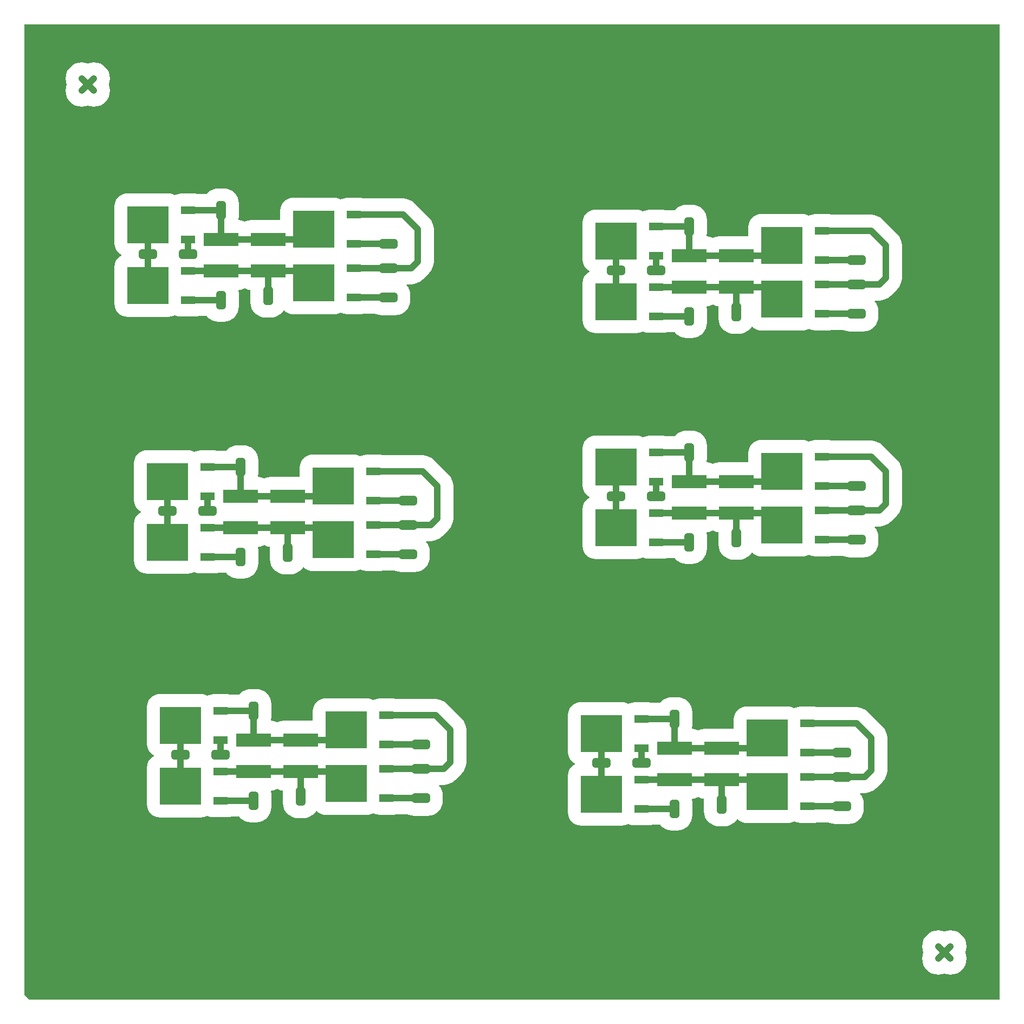
<source format=gtl>
G04 Layer_Physical_Order=1*
G04 Layer_Color=255*
%FSLAX25Y25*%
%MOIN*%
G70*
G01*
G75*
%ADD10R,0.08661X0.04724*%
%ADD11R,0.25197X0.22835*%
%ADD12R,0.21260X0.07874*%
G04:AMPARAMS|DCode=13|XSize=60.24mil|YSize=110.04mil|CornerRadius=15.06mil|HoleSize=0mil|Usage=FLASHONLY|Rotation=90.000|XOffset=0mil|YOffset=0mil|HoleType=Round|Shape=RoundedRectangle|*
%AMROUNDEDRECTD13*
21,1,0.06024,0.07992,0,0,90.0*
21,1,0.03012,0.11004,0,0,90.0*
1,1,0.03012,0.03996,0.01506*
1,1,0.03012,0.03996,-0.01506*
1,1,0.03012,-0.03996,-0.01506*
1,1,0.03012,-0.03996,0.01506*
%
%ADD13ROUNDEDRECTD13*%
G04:AMPARAMS|DCode=14|XSize=60.24mil|YSize=110.04mil|CornerRadius=15.06mil|HoleSize=0mil|Usage=FLASHONLY|Rotation=0.000|XOffset=0mil|YOffset=0mil|HoleType=Round|Shape=RoundedRectangle|*
%AMROUNDEDRECTD14*
21,1,0.06024,0.07992,0,0,0.0*
21,1,0.03012,0.11004,0,0,0.0*
1,1,0.03012,0.01506,-0.03996*
1,1,0.03012,-0.01506,-0.03996*
1,1,0.03012,-0.01506,0.03996*
1,1,0.03012,0.01506,0.03996*
%
%ADD14ROUNDEDRECTD14*%
%ADD15C,0.03937*%
G36*
X10000Y-10000D02*
X-587000D01*
X-590000Y-7000D01*
Y590000D01*
X10000D01*
Y-10000D01*
D02*
G37*
%LPC*%
G36*
X-447494Y181103D02*
X-450506D01*
X-452345Y180921D01*
X-454113Y180385D01*
X-455742Y179514D01*
X-457171Y178342D01*
X-457803Y177571D01*
X-462557D01*
X-463323Y177803D01*
X-464866Y177955D01*
X-473528D01*
X-475071Y177803D01*
X-476555Y177353D01*
X-477391Y176907D01*
X-478374Y177432D01*
X-479858Y177882D01*
X-481402Y178034D01*
X-506598D01*
X-508142Y177882D01*
X-509626Y177432D01*
X-510994Y176701D01*
X-512193Y175717D01*
X-513177Y174518D01*
X-513908Y173150D01*
X-514359Y171666D01*
X-514510Y170122D01*
Y147287D01*
X-514359Y145744D01*
X-513908Y144260D01*
X-513177Y142892D01*
X-512193Y141693D01*
X-510994Y140709D01*
X-510291Y140333D01*
Y139833D01*
X-510994Y139457D01*
X-512193Y138473D01*
X-513177Y137274D01*
X-513908Y135906D01*
X-514359Y134422D01*
X-514510Y132878D01*
Y110043D01*
X-514359Y108500D01*
X-513908Y107016D01*
X-513177Y105648D01*
X-512193Y104449D01*
X-510994Y103465D01*
X-509626Y102734D01*
X-508142Y102283D01*
X-506598Y102131D01*
X-481402D01*
X-479858Y102283D01*
X-478374Y102734D01*
X-477391Y103259D01*
X-476555Y102812D01*
X-475071Y102362D01*
X-473528Y102210D01*
X-464866D01*
X-463323Y102362D01*
X-462557Y102594D01*
X-457803D01*
X-457171Y101823D01*
X-455742Y100651D01*
X-454113Y99780D01*
X-452345Y99244D01*
X-450506Y99063D01*
X-447494D01*
X-445655Y99244D01*
X-443887Y99780D01*
X-442258Y100651D01*
X-440829Y101823D01*
X-439657Y103252D01*
X-438786Y104881D01*
X-438250Y106649D01*
X-438069Y108488D01*
Y116480D01*
X-438250Y118319D01*
X-438049Y118620D01*
X-436827Y118740D01*
X-435342Y119190D01*
X-434500Y119640D01*
X-433658Y119190D01*
X-432173Y118740D01*
X-430931Y118618D01*
Y111028D01*
X-430750Y109189D01*
X-430214Y107421D01*
X-429343Y105791D01*
X-428171Y104363D01*
X-426742Y103191D01*
X-425113Y102320D01*
X-423345Y101783D01*
X-421506Y101602D01*
X-418494D01*
X-416655Y101783D01*
X-414887Y102320D01*
X-413258Y103191D01*
X-411829Y104363D01*
X-410668Y105778D01*
X-410615Y105835D01*
X-410048Y105869D01*
X-408994Y105004D01*
X-407626Y104273D01*
X-406142Y103823D01*
X-404598Y103671D01*
X-379402D01*
X-377858Y103823D01*
X-376374Y104273D01*
X-375391Y104798D01*
X-374555Y104352D01*
X-373071Y103901D01*
X-371528Y103749D01*
X-362866D01*
X-361323Y103901D01*
X-360557Y104133D01*
X-354208D01*
X-353603Y103810D01*
X-351835Y103273D01*
X-349996Y103092D01*
X-342004D01*
X-340165Y103273D01*
X-338397Y103810D01*
X-336768Y104681D01*
X-335339Y105853D01*
X-334167Y107281D01*
X-333296Y108911D01*
X-332760Y110679D01*
X-332579Y112518D01*
Y115530D01*
X-332760Y117368D01*
X-333296Y119136D01*
X-334167Y120766D01*
X-334880Y121634D01*
X-334666Y122086D01*
X-332024D01*
X-332024Y122086D01*
X-330094Y122276D01*
X-328239Y122839D01*
X-326529Y123753D01*
X-325030Y124983D01*
X-321007Y129007D01*
X-321007Y129007D01*
X-319777Y130505D01*
X-318863Y132215D01*
X-318300Y134071D01*
X-318110Y136000D01*
X-318110Y136000D01*
Y156000D01*
X-318110Y156000D01*
X-318300Y157930D01*
X-318863Y159785D01*
X-319777Y161495D01*
X-321007Y162993D01*
X-321007Y162993D01*
X-329983Y171970D01*
X-331482Y173200D01*
X-333192Y174114D01*
X-335047Y174677D01*
X-336976Y174866D01*
X-336977Y174866D01*
X-360557D01*
X-361323Y175099D01*
X-362866Y175251D01*
X-371528D01*
X-373071Y175099D01*
X-374555Y174648D01*
X-375391Y174202D01*
X-376374Y174727D01*
X-377858Y175177D01*
X-379402Y175329D01*
X-404598D01*
X-406142Y175177D01*
X-407626Y174727D01*
X-408994Y173996D01*
X-410193Y173012D01*
X-411177Y171813D01*
X-411908Y170445D01*
X-412359Y168961D01*
X-412510Y167417D01*
Y161577D01*
X-430630D01*
X-432173Y161425D01*
X-433658Y160975D01*
X-434500Y160525D01*
X-435342Y160975D01*
X-436827Y161425D01*
X-438049Y161546D01*
X-438250Y161846D01*
X-438069Y163685D01*
Y171677D01*
X-438250Y173516D01*
X-438786Y175284D01*
X-439657Y176914D01*
X-440829Y178342D01*
X-442258Y179514D01*
X-443887Y180385D01*
X-445655Y180921D01*
X-447494Y181103D01*
D02*
G37*
G36*
X-188494Y176102D02*
X-191506D01*
X-193345Y175921D01*
X-195113Y175385D01*
X-196742Y174514D01*
X-198171Y173342D01*
X-198803Y172571D01*
X-203557D01*
X-204323Y172803D01*
X-205866Y172955D01*
X-214528D01*
X-216071Y172803D01*
X-217555Y172353D01*
X-218391Y171907D01*
X-219374Y172432D01*
X-220858Y172882D01*
X-222402Y173034D01*
X-247598D01*
X-249142Y172882D01*
X-250626Y172432D01*
X-251994Y171701D01*
X-253193Y170717D01*
X-254177Y169518D01*
X-254908Y168150D01*
X-255359Y166666D01*
X-255510Y165122D01*
Y142287D01*
X-255359Y140744D01*
X-254908Y139260D01*
X-254177Y137892D01*
X-253193Y136693D01*
X-251994Y135709D01*
X-251291Y135333D01*
Y134833D01*
X-251994Y134457D01*
X-253193Y133473D01*
X-254177Y132274D01*
X-254908Y130906D01*
X-255359Y129421D01*
X-255510Y127878D01*
Y105043D01*
X-255359Y103500D01*
X-254908Y102015D01*
X-254177Y100648D01*
X-253193Y99449D01*
X-251994Y98465D01*
X-250626Y97733D01*
X-249142Y97283D01*
X-247598Y97131D01*
X-222402D01*
X-220858Y97283D01*
X-219374Y97733D01*
X-218391Y98259D01*
X-217555Y97812D01*
X-216071Y97362D01*
X-214528Y97210D01*
X-205866D01*
X-204323Y97362D01*
X-203557Y97594D01*
X-198803D01*
X-198171Y96824D01*
X-196742Y95651D01*
X-195113Y94780D01*
X-193345Y94244D01*
X-191506Y94063D01*
X-188494D01*
X-186655Y94244D01*
X-184887Y94780D01*
X-183258Y95651D01*
X-181829Y96824D01*
X-180657Y98252D01*
X-179786Y99881D01*
X-179250Y101649D01*
X-179069Y103488D01*
Y111480D01*
X-179250Y113319D01*
X-179049Y113619D01*
X-177826Y113740D01*
X-176342Y114190D01*
X-175500Y114640D01*
X-174658Y114190D01*
X-173173Y113740D01*
X-171931Y113618D01*
Y106027D01*
X-171750Y104189D01*
X-171214Y102421D01*
X-170343Y100791D01*
X-169171Y99363D01*
X-167742Y98191D01*
X-166113Y97320D01*
X-164345Y96783D01*
X-162506Y96602D01*
X-159494D01*
X-157655Y96783D01*
X-155887Y97320D01*
X-154258Y98191D01*
X-152829Y99363D01*
X-151668Y100778D01*
X-151615Y100835D01*
X-151049Y100869D01*
X-149994Y100004D01*
X-148626Y99273D01*
X-147142Y98823D01*
X-145598Y98671D01*
X-120402D01*
X-118858Y98823D01*
X-117374Y99273D01*
X-116391Y99798D01*
X-115555Y99352D01*
X-114071Y98901D01*
X-112528Y98749D01*
X-103866D01*
X-102323Y98901D01*
X-101557Y99133D01*
X-95208D01*
X-94603Y98810D01*
X-92835Y98273D01*
X-90996Y98092D01*
X-83004D01*
X-81165Y98273D01*
X-79397Y98810D01*
X-77767Y99681D01*
X-76339Y100853D01*
X-75167Y102281D01*
X-74296Y103911D01*
X-73760Y105679D01*
X-73579Y107518D01*
Y110529D01*
X-73760Y112368D01*
X-74296Y114136D01*
X-75167Y115766D01*
X-75880Y116634D01*
X-75666Y117086D01*
X-73024D01*
X-73024Y117086D01*
X-71094Y117276D01*
X-69239Y117839D01*
X-67529Y118753D01*
X-66030Y119983D01*
X-62007Y124007D01*
X-62007Y124007D01*
X-60777Y125505D01*
X-59863Y127215D01*
X-59300Y129070D01*
X-59110Y131000D01*
X-59110Y131000D01*
Y151000D01*
X-59110Y151000D01*
X-59300Y152929D01*
X-59863Y154785D01*
X-60777Y156495D01*
X-62007Y157993D01*
X-62007Y157993D01*
X-70983Y166970D01*
X-72482Y168200D01*
X-74192Y169114D01*
X-76047Y169676D01*
X-77976Y169867D01*
X-77977Y169867D01*
X-101557D01*
X-102323Y170099D01*
X-103866Y170251D01*
X-112528D01*
X-114071Y170099D01*
X-115555Y169648D01*
X-116391Y169202D01*
X-117374Y169727D01*
X-118858Y170177D01*
X-120402Y170329D01*
X-145598D01*
X-147142Y170177D01*
X-148626Y169727D01*
X-149994Y168996D01*
X-151193Y168012D01*
X-152177Y166813D01*
X-152908Y165445D01*
X-153358Y163961D01*
X-153510Y162417D01*
Y156578D01*
X-171630D01*
X-173173Y156425D01*
X-174658Y155975D01*
X-175500Y155525D01*
X-176342Y155975D01*
X-177826Y156425D01*
X-179049Y156546D01*
X-179250Y156846D01*
X-179069Y158685D01*
Y166677D01*
X-179250Y168516D01*
X-179786Y170284D01*
X-180657Y171914D01*
X-181829Y173342D01*
X-183258Y174514D01*
X-184887Y175385D01*
X-186655Y175921D01*
X-188494Y176102D01*
D02*
G37*
G36*
X-20250Y32640D02*
X-22179Y32450D01*
X-24000Y31898D01*
X-25820Y32450D01*
X-27750Y32640D01*
X-29680Y32450D01*
X-31535Y31887D01*
X-33245Y30973D01*
X-34743Y29743D01*
X-35973Y28245D01*
X-36887Y26535D01*
X-37450Y24679D01*
X-37640Y22750D01*
X-37450Y20820D01*
X-36898Y19000D01*
X-37450Y17179D01*
X-37640Y15250D01*
X-37450Y13320D01*
X-36887Y11465D01*
X-35973Y9755D01*
X-34743Y8257D01*
X-33245Y7027D01*
X-31535Y6113D01*
X-29680Y5550D01*
X-27750Y5360D01*
X-25820Y5550D01*
X-24000Y6102D01*
X-22179Y5550D01*
X-20250Y5360D01*
X-18320Y5550D01*
X-16465Y6113D01*
X-14755Y7027D01*
X-13257Y8257D01*
X-12027Y9755D01*
X-11113Y11465D01*
X-10550Y13320D01*
X-10360Y15250D01*
X-10550Y17179D01*
X-11102Y19000D01*
X-10550Y20820D01*
X-10360Y22750D01*
X-10550Y24679D01*
X-11113Y26535D01*
X-12027Y28245D01*
X-13257Y29743D01*
X-14755Y30973D01*
X-16465Y31887D01*
X-18320Y32450D01*
X-20250Y32640D01*
D02*
G37*
G36*
X-455494Y331102D02*
X-458506D01*
X-460345Y330921D01*
X-462113Y330385D01*
X-463742Y329514D01*
X-465171Y328342D01*
X-465803Y327571D01*
X-470557D01*
X-471323Y327803D01*
X-472866Y327955D01*
X-481528D01*
X-483071Y327803D01*
X-484555Y327353D01*
X-485391Y326907D01*
X-486374Y327432D01*
X-487858Y327882D01*
X-489402Y328034D01*
X-514598D01*
X-516142Y327882D01*
X-517626Y327432D01*
X-518994Y326701D01*
X-520193Y325717D01*
X-521177Y324518D01*
X-521908Y323150D01*
X-522359Y321666D01*
X-522510Y320122D01*
Y297287D01*
X-522359Y295744D01*
X-521908Y294260D01*
X-521177Y292892D01*
X-520193Y291693D01*
X-518994Y290709D01*
X-518291Y290333D01*
Y289833D01*
X-518994Y289457D01*
X-520193Y288473D01*
X-521177Y287274D01*
X-521908Y285906D01*
X-522359Y284421D01*
X-522510Y282878D01*
Y260043D01*
X-522359Y258500D01*
X-521908Y257015D01*
X-521177Y255648D01*
X-520193Y254449D01*
X-518994Y253465D01*
X-517626Y252733D01*
X-516142Y252283D01*
X-514598Y252131D01*
X-489402D01*
X-487858Y252283D01*
X-486374Y252733D01*
X-485391Y253259D01*
X-484555Y252812D01*
X-483071Y252362D01*
X-481528Y252210D01*
X-472866D01*
X-471323Y252362D01*
X-470557Y252594D01*
X-465803D01*
X-465171Y251823D01*
X-463742Y250651D01*
X-462113Y249780D01*
X-460345Y249244D01*
X-458506Y249063D01*
X-455494D01*
X-453655Y249244D01*
X-451887Y249780D01*
X-450258Y250651D01*
X-448829Y251823D01*
X-447657Y253252D01*
X-446786Y254881D01*
X-446250Y256649D01*
X-446069Y258488D01*
Y266480D01*
X-446250Y268319D01*
X-446049Y268619D01*
X-444827Y268740D01*
X-443342Y269190D01*
X-442500Y269640D01*
X-441658Y269190D01*
X-440173Y268740D01*
X-438931Y268618D01*
Y261028D01*
X-438750Y259189D01*
X-438214Y257421D01*
X-437343Y255791D01*
X-436171Y254363D01*
X-434742Y253191D01*
X-433113Y252320D01*
X-431345Y251783D01*
X-429506Y251602D01*
X-426494D01*
X-424655Y251783D01*
X-422887Y252320D01*
X-421258Y253191D01*
X-419829Y254363D01*
X-418668Y255778D01*
X-418615Y255835D01*
X-418048Y255869D01*
X-416994Y255004D01*
X-415626Y254273D01*
X-414142Y253823D01*
X-412598Y253671D01*
X-387402D01*
X-385858Y253823D01*
X-384374Y254273D01*
X-383391Y254798D01*
X-382555Y254352D01*
X-381071Y253901D01*
X-379528Y253749D01*
X-370866D01*
X-369323Y253901D01*
X-368557Y254134D01*
X-362208D01*
X-361603Y253810D01*
X-359835Y253274D01*
X-357996Y253092D01*
X-350004D01*
X-348165Y253274D01*
X-346397Y253810D01*
X-344767Y254681D01*
X-343339Y255853D01*
X-342167Y257281D01*
X-341296Y258911D01*
X-340760Y260679D01*
X-340579Y262518D01*
Y265529D01*
X-340760Y267368D01*
X-341296Y269136D01*
X-342167Y270766D01*
X-342880Y271634D01*
X-342666Y272086D01*
X-340024D01*
X-340024Y272086D01*
X-338094Y272276D01*
X-336239Y272839D01*
X-334529Y273753D01*
X-333030Y274983D01*
X-329007Y279007D01*
X-329007Y279007D01*
X-327777Y280505D01*
X-326863Y282215D01*
X-326300Y284070D01*
X-326110Y286000D01*
X-326110Y286000D01*
Y306000D01*
X-326110Y306000D01*
X-326300Y307929D01*
X-326863Y309785D01*
X-327777Y311495D01*
X-329007Y312993D01*
X-329007Y312993D01*
X-337983Y321970D01*
X-339482Y323200D01*
X-341192Y324114D01*
X-343047Y324676D01*
X-344976Y324867D01*
X-344976Y324867D01*
X-368557D01*
X-369323Y325099D01*
X-370866Y325251D01*
X-379528D01*
X-381071Y325099D01*
X-382555Y324648D01*
X-383391Y324202D01*
X-384374Y324727D01*
X-385858Y325177D01*
X-387402Y325329D01*
X-412598D01*
X-414142Y325177D01*
X-415626Y324727D01*
X-416994Y323996D01*
X-418193Y323012D01*
X-419177Y321813D01*
X-419908Y320445D01*
X-420359Y318961D01*
X-420510Y317417D01*
Y311578D01*
X-438630D01*
X-440173Y311425D01*
X-441658Y310975D01*
X-442500Y310525D01*
X-443342Y310975D01*
X-444827Y311425D01*
X-446049Y311546D01*
X-446250Y311846D01*
X-446069Y313685D01*
Y321677D01*
X-446250Y323516D01*
X-446786Y325284D01*
X-447657Y326914D01*
X-448829Y328342D01*
X-450258Y329514D01*
X-451887Y330385D01*
X-453655Y330921D01*
X-455494Y331102D01*
D02*
G37*
G36*
X-467494Y489103D02*
X-470506D01*
X-472345Y488921D01*
X-474113Y488385D01*
X-475742Y487514D01*
X-477171Y486342D01*
X-477803Y485571D01*
X-482557D01*
X-483323Y485803D01*
X-484866Y485955D01*
X-493528D01*
X-495071Y485803D01*
X-496555Y485353D01*
X-497391Y484907D01*
X-498374Y485432D01*
X-499858Y485882D01*
X-501402Y486034D01*
X-526598D01*
X-528142Y485882D01*
X-529626Y485432D01*
X-530994Y484701D01*
X-532193Y483717D01*
X-533177Y482518D01*
X-533908Y481150D01*
X-534359Y479666D01*
X-534511Y478122D01*
Y455287D01*
X-534359Y453744D01*
X-533908Y452260D01*
X-533177Y450892D01*
X-532193Y449693D01*
X-530994Y448709D01*
X-530291Y448333D01*
Y447833D01*
X-530994Y447457D01*
X-532193Y446473D01*
X-533177Y445274D01*
X-533908Y443906D01*
X-534359Y442421D01*
X-534511Y440878D01*
Y418043D01*
X-534359Y416500D01*
X-533908Y415016D01*
X-533177Y413648D01*
X-532193Y412449D01*
X-530994Y411465D01*
X-529626Y410734D01*
X-528142Y410283D01*
X-526598Y410131D01*
X-501402D01*
X-499858Y410283D01*
X-498374Y410734D01*
X-497391Y411259D01*
X-496555Y410812D01*
X-495071Y410362D01*
X-493528Y410210D01*
X-484866D01*
X-483323Y410362D01*
X-482557Y410594D01*
X-477803D01*
X-477171Y409824D01*
X-475742Y408651D01*
X-474113Y407780D01*
X-472345Y407244D01*
X-470506Y407063D01*
X-467494D01*
X-465655Y407244D01*
X-463887Y407780D01*
X-462258Y408651D01*
X-460829Y409824D01*
X-459657Y411252D01*
X-458786Y412881D01*
X-458250Y414649D01*
X-458069Y416488D01*
Y424480D01*
X-458250Y426319D01*
X-458049Y426619D01*
X-456826Y426740D01*
X-455342Y427190D01*
X-454500Y427640D01*
X-453658Y427190D01*
X-452174Y426740D01*
X-450931Y426618D01*
Y419028D01*
X-450750Y417189D01*
X-450214Y415421D01*
X-449343Y413791D01*
X-448171Y412363D01*
X-446742Y411191D01*
X-445113Y410320D01*
X-443345Y409783D01*
X-441506Y409602D01*
X-438494D01*
X-436655Y409783D01*
X-434887Y410320D01*
X-433258Y411191D01*
X-431829Y412363D01*
X-430668Y413778D01*
X-430615Y413835D01*
X-430049Y413869D01*
X-428994Y413004D01*
X-427626Y412273D01*
X-426142Y411823D01*
X-424598Y411671D01*
X-399402D01*
X-397858Y411823D01*
X-396374Y412273D01*
X-395391Y412798D01*
X-394555Y412352D01*
X-393071Y411901D01*
X-391528Y411749D01*
X-382866D01*
X-381323Y411901D01*
X-380557Y412134D01*
X-374208D01*
X-373603Y411810D01*
X-371835Y411273D01*
X-369996Y411092D01*
X-362004D01*
X-360165Y411273D01*
X-358397Y411810D01*
X-356768Y412681D01*
X-355339Y413853D01*
X-354167Y415281D01*
X-353296Y416911D01*
X-352760Y418679D01*
X-352579Y420518D01*
Y423529D01*
X-352760Y425368D01*
X-353296Y427136D01*
X-354167Y428766D01*
X-354880Y429634D01*
X-354666Y430086D01*
X-352024D01*
X-352024Y430086D01*
X-350094Y430276D01*
X-348239Y430839D01*
X-346529Y431753D01*
X-345030Y432983D01*
X-341007Y437007D01*
X-341007Y437007D01*
X-339777Y438505D01*
X-338863Y440215D01*
X-338300Y442070D01*
X-338110Y444000D01*
X-338110Y444000D01*
Y464000D01*
X-338110Y464000D01*
X-338300Y465930D01*
X-338863Y467785D01*
X-339777Y469495D01*
X-341007Y470993D01*
X-341007Y470993D01*
X-349983Y479970D01*
X-351482Y481200D01*
X-353192Y482114D01*
X-355047Y482677D01*
X-356976Y482866D01*
X-356977Y482866D01*
X-380557D01*
X-381323Y483099D01*
X-382866Y483251D01*
X-391528D01*
X-393071Y483099D01*
X-394555Y482648D01*
X-395391Y482202D01*
X-396374Y482727D01*
X-397858Y483177D01*
X-399402Y483329D01*
X-424598D01*
X-426142Y483177D01*
X-427626Y482727D01*
X-428994Y481996D01*
X-430193Y481012D01*
X-431177Y479813D01*
X-431908Y478445D01*
X-432359Y476961D01*
X-432511Y475417D01*
Y469578D01*
X-450630D01*
X-452174Y469425D01*
X-453658Y468975D01*
X-454500Y468525D01*
X-455342Y468975D01*
X-456826Y469425D01*
X-458049Y469546D01*
X-458250Y469846D01*
X-458069Y471685D01*
Y479677D01*
X-458250Y481516D01*
X-458786Y483284D01*
X-459657Y484914D01*
X-460829Y486342D01*
X-462258Y487514D01*
X-463887Y488385D01*
X-465655Y488921D01*
X-467494Y489103D01*
D02*
G37*
G36*
X-547250Y566640D02*
X-549180Y566450D01*
X-551000Y565898D01*
X-552820Y566450D01*
X-554750Y566640D01*
X-556679Y566450D01*
X-558535Y565887D01*
X-560245Y564973D01*
X-561743Y563743D01*
X-562973Y562245D01*
X-563887Y560535D01*
X-564450Y558679D01*
X-564640Y556750D01*
X-564450Y554820D01*
X-563898Y553000D01*
X-564450Y551180D01*
X-564640Y549250D01*
X-564450Y547321D01*
X-563887Y545465D01*
X-562973Y543755D01*
X-561743Y542257D01*
X-560245Y541027D01*
X-558535Y540113D01*
X-556679Y539550D01*
X-554750Y539360D01*
X-552820Y539550D01*
X-551000Y540102D01*
X-549180Y539550D01*
X-547250Y539360D01*
X-545321Y539550D01*
X-543465Y540113D01*
X-541755Y541027D01*
X-540257Y542257D01*
X-539027Y543755D01*
X-538113Y545465D01*
X-537550Y547321D01*
X-537360Y549250D01*
X-537550Y551180D01*
X-538102Y553000D01*
X-537550Y554820D01*
X-537360Y556750D01*
X-537550Y558679D01*
X-538113Y560535D01*
X-539027Y562245D01*
X-540257Y563743D01*
X-541755Y564973D01*
X-543465Y565887D01*
X-545321Y566450D01*
X-547250Y566640D01*
D02*
G37*
G36*
X-179494Y340103D02*
X-182506D01*
X-184345Y339921D01*
X-186113Y339385D01*
X-187742Y338514D01*
X-189171Y337342D01*
X-189803Y336571D01*
X-194557D01*
X-195323Y336803D01*
X-196866Y336955D01*
X-205528D01*
X-207071Y336803D01*
X-208555Y336353D01*
X-209391Y335907D01*
X-210374Y336432D01*
X-211858Y336882D01*
X-213402Y337034D01*
X-238598D01*
X-240142Y336882D01*
X-241626Y336432D01*
X-242994Y335701D01*
X-244193Y334717D01*
X-245177Y333518D01*
X-245908Y332150D01*
X-246358Y330666D01*
X-246511Y329122D01*
Y306287D01*
X-246358Y304744D01*
X-245908Y303260D01*
X-245177Y301892D01*
X-244193Y300693D01*
X-242994Y299709D01*
X-242291Y299333D01*
Y298833D01*
X-242994Y298457D01*
X-244193Y297473D01*
X-245177Y296274D01*
X-245908Y294906D01*
X-246358Y293422D01*
X-246511Y291878D01*
Y269043D01*
X-246358Y267500D01*
X-245908Y266016D01*
X-245177Y264648D01*
X-244193Y263449D01*
X-242994Y262465D01*
X-241626Y261734D01*
X-240142Y261283D01*
X-238598Y261131D01*
X-213402D01*
X-211858Y261283D01*
X-210374Y261734D01*
X-209391Y262259D01*
X-208555Y261812D01*
X-207071Y261362D01*
X-205528Y261210D01*
X-196866D01*
X-195323Y261362D01*
X-194557Y261594D01*
X-189803D01*
X-189171Y260823D01*
X-187742Y259651D01*
X-186113Y258780D01*
X-184345Y258244D01*
X-182506Y258063D01*
X-179494D01*
X-177655Y258244D01*
X-175887Y258780D01*
X-174258Y259651D01*
X-172829Y260823D01*
X-171657Y262252D01*
X-170786Y263881D01*
X-170250Y265649D01*
X-170069Y267488D01*
Y275480D01*
X-170250Y277319D01*
X-170049Y277620D01*
X-168826Y277740D01*
X-167342Y278190D01*
X-166500Y278640D01*
X-165658Y278190D01*
X-164173Y277740D01*
X-162931Y277618D01*
Y270028D01*
X-162750Y268189D01*
X-162214Y266421D01*
X-161343Y264791D01*
X-160171Y263363D01*
X-158742Y262191D01*
X-157113Y261320D01*
X-155345Y260783D01*
X-153506Y260602D01*
X-150494D01*
X-148655Y260783D01*
X-146887Y261320D01*
X-145258Y262191D01*
X-143829Y263363D01*
X-142668Y264778D01*
X-142615Y264835D01*
X-142049Y264869D01*
X-140994Y264004D01*
X-139626Y263273D01*
X-138142Y262823D01*
X-136598Y262671D01*
X-111402D01*
X-109858Y262823D01*
X-108374Y263273D01*
X-107391Y263798D01*
X-106555Y263352D01*
X-105071Y262901D01*
X-103528Y262749D01*
X-94866D01*
X-93323Y262901D01*
X-92557Y263134D01*
X-86208D01*
X-85603Y262810D01*
X-83835Y262274D01*
X-81996Y262092D01*
X-74004D01*
X-72165Y262274D01*
X-70397Y262810D01*
X-68767Y263681D01*
X-67339Y264853D01*
X-66167Y266281D01*
X-65296Y267911D01*
X-64760Y269679D01*
X-64579Y271518D01*
Y274530D01*
X-64760Y276368D01*
X-65296Y278136D01*
X-66167Y279766D01*
X-66880Y280634D01*
X-66666Y281086D01*
X-64024D01*
X-64024Y281086D01*
X-62094Y281276D01*
X-60239Y281839D01*
X-58529Y282753D01*
X-57030Y283983D01*
X-53007Y288007D01*
X-53007Y288007D01*
X-51777Y289505D01*
X-50863Y291215D01*
X-50300Y293071D01*
X-50110Y295000D01*
X-50110Y295000D01*
Y315000D01*
X-50110Y315000D01*
X-50300Y316930D01*
X-50863Y318785D01*
X-51777Y320495D01*
X-53007Y321993D01*
X-53007Y321993D01*
X-61983Y330970D01*
X-63482Y332200D01*
X-65192Y333114D01*
X-67047Y333677D01*
X-68976Y333867D01*
X-68976Y333867D01*
X-92557D01*
X-93323Y334099D01*
X-94866Y334251D01*
X-103528D01*
X-105071Y334099D01*
X-106555Y333648D01*
X-107391Y333202D01*
X-108374Y333727D01*
X-109858Y334177D01*
X-111402Y334329D01*
X-136598D01*
X-138142Y334177D01*
X-139626Y333727D01*
X-140994Y332996D01*
X-142193Y332012D01*
X-143177Y330813D01*
X-143908Y329445D01*
X-144359Y327961D01*
X-144510Y326417D01*
Y320578D01*
X-162630D01*
X-164173Y320426D01*
X-165658Y319975D01*
X-166500Y319525D01*
X-167342Y319975D01*
X-168826Y320426D01*
X-170049Y320546D01*
X-170250Y320846D01*
X-170069Y322685D01*
Y330677D01*
X-170250Y332516D01*
X-170786Y334284D01*
X-171657Y335914D01*
X-172829Y337342D01*
X-174258Y338514D01*
X-175887Y339385D01*
X-177655Y339921D01*
X-179494Y340103D01*
D02*
G37*
G36*
Y479103D02*
X-182506D01*
X-184345Y478921D01*
X-186113Y478385D01*
X-187742Y477514D01*
X-189171Y476342D01*
X-189803Y475571D01*
X-194557D01*
X-195323Y475803D01*
X-196866Y475955D01*
X-205528D01*
X-207071Y475803D01*
X-208555Y475353D01*
X-209391Y474907D01*
X-210374Y475432D01*
X-211858Y475882D01*
X-213402Y476034D01*
X-238598D01*
X-240142Y475882D01*
X-241626Y475432D01*
X-242994Y474701D01*
X-244193Y473717D01*
X-245177Y472518D01*
X-245908Y471150D01*
X-246358Y469666D01*
X-246511Y468122D01*
Y445287D01*
X-246358Y443744D01*
X-245908Y442260D01*
X-245177Y440892D01*
X-244193Y439693D01*
X-242994Y438709D01*
X-242291Y438333D01*
Y437833D01*
X-242994Y437457D01*
X-244193Y436473D01*
X-245177Y435274D01*
X-245908Y433906D01*
X-246358Y432421D01*
X-246511Y430878D01*
Y408043D01*
X-246358Y406500D01*
X-245908Y405016D01*
X-245177Y403648D01*
X-244193Y402449D01*
X-242994Y401465D01*
X-241626Y400734D01*
X-240142Y400283D01*
X-238598Y400131D01*
X-213402D01*
X-211858Y400283D01*
X-210374Y400734D01*
X-209391Y401259D01*
X-208555Y400812D01*
X-207071Y400362D01*
X-205528Y400210D01*
X-196866D01*
X-195323Y400362D01*
X-194557Y400594D01*
X-189803D01*
X-189171Y399823D01*
X-187742Y398651D01*
X-186113Y397780D01*
X-184345Y397244D01*
X-182506Y397063D01*
X-179494D01*
X-177655Y397244D01*
X-175887Y397780D01*
X-174258Y398651D01*
X-172829Y399823D01*
X-171657Y401252D01*
X-170786Y402881D01*
X-170250Y404649D01*
X-170069Y406488D01*
Y414480D01*
X-170250Y416319D01*
X-170049Y416619D01*
X-168826Y416740D01*
X-167342Y417190D01*
X-166500Y417640D01*
X-165658Y417190D01*
X-164173Y416740D01*
X-162931Y416618D01*
Y409028D01*
X-162750Y407189D01*
X-162214Y405421D01*
X-161343Y403791D01*
X-160171Y402363D01*
X-158742Y401191D01*
X-157113Y400320D01*
X-155345Y399783D01*
X-153506Y399602D01*
X-150494D01*
X-148655Y399783D01*
X-146887Y400320D01*
X-145258Y401191D01*
X-143829Y402363D01*
X-142668Y403778D01*
X-142615Y403835D01*
X-142049Y403869D01*
X-140994Y403004D01*
X-139626Y402273D01*
X-138142Y401823D01*
X-136598Y401671D01*
X-111402D01*
X-109858Y401823D01*
X-108374Y402273D01*
X-107391Y402798D01*
X-106555Y402352D01*
X-105071Y401901D01*
X-103528Y401749D01*
X-94866D01*
X-93323Y401901D01*
X-92557Y402134D01*
X-86208D01*
X-85603Y401810D01*
X-83835Y401273D01*
X-81996Y401092D01*
X-74004D01*
X-72165Y401273D01*
X-70397Y401810D01*
X-68767Y402681D01*
X-67339Y403853D01*
X-66167Y405281D01*
X-65296Y406911D01*
X-64760Y408679D01*
X-64579Y410518D01*
Y413529D01*
X-64760Y415368D01*
X-65296Y417136D01*
X-66167Y418766D01*
X-66880Y419634D01*
X-66666Y420086D01*
X-64024D01*
X-64024Y420086D01*
X-62094Y420276D01*
X-60239Y420839D01*
X-58529Y421753D01*
X-57030Y422983D01*
X-53007Y427007D01*
X-53007Y427007D01*
X-51777Y428505D01*
X-50863Y430215D01*
X-50300Y432070D01*
X-50110Y434000D01*
X-50110Y434000D01*
Y454000D01*
X-50110Y454000D01*
X-50300Y455930D01*
X-50863Y457785D01*
X-51777Y459495D01*
X-53007Y460993D01*
X-53007Y460993D01*
X-61983Y469970D01*
X-63482Y471200D01*
X-65192Y472114D01*
X-67047Y472677D01*
X-68976Y472866D01*
X-68976Y472866D01*
X-92557D01*
X-93323Y473099D01*
X-94866Y473251D01*
X-103528D01*
X-105071Y473099D01*
X-106555Y472648D01*
X-107391Y472202D01*
X-108374Y472727D01*
X-109858Y473177D01*
X-111402Y473329D01*
X-136598D01*
X-138142Y473177D01*
X-139626Y472727D01*
X-140994Y471996D01*
X-142193Y471012D01*
X-143177Y469813D01*
X-143908Y468445D01*
X-144359Y466961D01*
X-144510Y465417D01*
Y459578D01*
X-162630D01*
X-164173Y459425D01*
X-165658Y458975D01*
X-166500Y458525D01*
X-167342Y458975D01*
X-168826Y459425D01*
X-170049Y459546D01*
X-170250Y459846D01*
X-170069Y461685D01*
Y469677D01*
X-170250Y471516D01*
X-170786Y473284D01*
X-171657Y474914D01*
X-172829Y476342D01*
X-174258Y477514D01*
X-175887Y478385D01*
X-177655Y478921D01*
X-179494Y479103D01*
D02*
G37*
%LPD*%
D10*
X-99197Y462976D02*
D03*
Y445024D02*
D03*
X-201197Y465681D02*
D03*
Y447728D02*
D03*
Y428437D02*
D03*
Y410484D02*
D03*
X-99197Y429976D02*
D03*
Y412024D02*
D03*
Y290976D02*
D03*
Y273024D02*
D03*
X-201197Y289437D02*
D03*
Y271484D02*
D03*
X-99197Y323976D02*
D03*
Y306024D02*
D03*
X-201197Y326681D02*
D03*
Y308728D02*
D03*
X-108197Y126976D02*
D03*
Y109024D02*
D03*
X-210197Y125437D02*
D03*
Y107484D02*
D03*
X-108197Y159976D02*
D03*
Y142024D02*
D03*
X-210197Y162681D02*
D03*
Y144728D02*
D03*
X-387197Y439976D02*
D03*
Y422024D02*
D03*
X-489197Y438437D02*
D03*
Y420484D02*
D03*
X-387197Y472976D02*
D03*
Y455024D02*
D03*
X-489197Y475681D02*
D03*
Y457728D02*
D03*
X-375197Y281976D02*
D03*
Y264024D02*
D03*
X-477197Y280437D02*
D03*
Y262484D02*
D03*
X-375197Y314976D02*
D03*
Y297024D02*
D03*
X-477197Y317681D02*
D03*
Y299728D02*
D03*
X-367197Y131976D02*
D03*
Y114024D02*
D03*
X-469197Y130437D02*
D03*
Y112484D02*
D03*
X-367197Y164976D02*
D03*
Y147024D02*
D03*
X-469197Y167681D02*
D03*
Y149728D02*
D03*
D11*
X-124000Y454000D02*
D03*
X-226000Y456705D02*
D03*
Y419461D02*
D03*
X-124000Y421000D02*
D03*
Y282000D02*
D03*
X-226000Y280461D02*
D03*
X-124000Y315000D02*
D03*
X-226000Y317705D02*
D03*
X-133000Y118000D02*
D03*
X-235000Y116461D02*
D03*
X-133000Y151000D02*
D03*
X-235000Y153705D02*
D03*
X-412000Y431000D02*
D03*
X-514000Y429461D02*
D03*
X-412000Y464000D02*
D03*
X-514000Y466705D02*
D03*
X-400000Y273000D02*
D03*
X-502000Y271461D02*
D03*
X-400000Y306000D02*
D03*
X-502000Y308705D02*
D03*
X-392000Y123000D02*
D03*
X-494000Y121461D02*
D03*
X-392000Y156000D02*
D03*
X-494000Y158705D02*
D03*
D12*
X-181000Y428437D02*
D03*
Y447728D02*
D03*
X-152000Y428437D02*
D03*
Y447728D02*
D03*
Y289437D02*
D03*
Y308728D02*
D03*
X-181000Y289437D02*
D03*
Y308728D02*
D03*
X-161000Y125437D02*
D03*
Y144728D02*
D03*
X-190000Y125437D02*
D03*
Y144728D02*
D03*
X-440000Y438437D02*
D03*
Y457728D02*
D03*
X-469000Y438437D02*
D03*
Y457728D02*
D03*
X-428000Y280437D02*
D03*
Y299728D02*
D03*
X-457000Y280437D02*
D03*
Y299728D02*
D03*
X-420000Y130437D02*
D03*
Y149728D02*
D03*
X-449000Y130437D02*
D03*
Y149728D02*
D03*
D13*
X-226000Y438732D02*
D03*
X-78000Y412024D02*
D03*
Y429976D02*
D03*
Y445024D02*
D03*
X-201197Y438732D02*
D03*
Y299732D02*
D03*
X-78000Y306024D02*
D03*
Y290976D02*
D03*
Y273024D02*
D03*
X-226000Y299732D02*
D03*
X-210197Y135732D02*
D03*
X-87000Y142024D02*
D03*
Y126976D02*
D03*
Y109024D02*
D03*
X-235000Y135732D02*
D03*
X-489197Y448732D02*
D03*
X-366000Y455024D02*
D03*
Y439976D02*
D03*
Y422024D02*
D03*
X-514000Y448732D02*
D03*
X-477197Y290732D02*
D03*
X-354000Y297024D02*
D03*
Y281976D02*
D03*
Y264024D02*
D03*
X-502000Y290732D02*
D03*
X-469197Y140732D02*
D03*
X-346000Y147024D02*
D03*
Y131976D02*
D03*
Y114024D02*
D03*
X-494000Y140732D02*
D03*
D14*
X-181000Y410484D02*
D03*
X-152000Y413024D02*
D03*
X-181000Y465681D02*
D03*
Y326681D02*
D03*
X-152000Y274024D02*
D03*
X-181000Y271484D02*
D03*
X-190000Y162681D02*
D03*
X-161000Y110024D02*
D03*
X-190000Y107484D02*
D03*
X-469000Y475681D02*
D03*
X-440000Y423024D02*
D03*
X-469000Y420484D02*
D03*
X-457000Y317681D02*
D03*
X-428000Y265024D02*
D03*
X-457000Y262484D02*
D03*
X-449000Y167681D02*
D03*
X-420000Y115024D02*
D03*
X-449000Y112484D02*
D03*
D15*
X-226000Y419461D02*
Y438732D01*
Y456705D01*
X-201197Y410484D02*
X-181000D01*
X-152000Y413024D02*
Y428437D01*
X-131437D01*
X-152000Y447728D02*
X-130272D01*
X-201197Y465681D02*
X-181000D01*
Y447728D02*
Y465681D01*
X-201197Y438732D02*
Y447728D01*
Y428437D02*
X-181000D01*
Y447728D02*
X-152000D01*
X-181000Y428437D02*
X-152000D01*
X-99197Y429976D02*
X-78000D01*
X-99197Y445024D02*
X-78000D01*
X-99197Y412024D02*
X-78000D01*
X-99197Y462976D02*
X-68976D01*
X-60000Y454000D01*
Y434000D02*
Y454000D01*
X-64024Y429976D02*
X-60000Y434000D01*
X-78000Y429976D02*
X-64024D01*
X-27750Y15250D02*
X-20250Y22750D01*
X-27750D02*
X-20250Y15250D01*
X-554750Y549250D02*
X-547250Y556750D01*
X-554750D02*
X-547250Y549250D01*
X-78000Y290976D02*
X-64024D01*
X-60000Y295000D01*
Y315000D01*
X-68976Y323976D02*
X-60000Y315000D01*
X-99197Y323976D02*
X-68976D01*
X-99197Y273024D02*
X-78000D01*
X-99197Y306024D02*
X-78000D01*
X-99197Y290976D02*
X-78000D01*
X-181000Y289437D02*
X-152000D01*
X-181000Y308728D02*
X-152000D01*
X-201197Y289437D02*
X-181000D01*
X-201197Y299732D02*
Y308728D01*
X-181000D02*
Y326681D01*
X-201197D02*
X-181000D01*
X-152000Y308728D02*
X-130272D01*
X-152000Y289437D02*
X-131437D01*
X-152000Y274024D02*
Y289437D01*
X-201197Y271484D02*
X-181000D01*
X-226000Y299732D02*
Y317705D01*
Y280461D02*
Y299732D01*
X-87000Y126976D02*
X-73024D01*
X-69000Y131000D01*
Y151000D01*
X-77976Y159976D02*
X-69000Y151000D01*
X-108197Y159976D02*
X-77976D01*
X-108197Y109024D02*
X-87000D01*
X-108197Y142024D02*
X-87000D01*
X-108197Y126976D02*
X-87000D01*
X-190000Y125437D02*
X-161000D01*
X-190000Y144728D02*
X-161000D01*
X-210197Y125437D02*
X-190000D01*
X-210197Y135732D02*
Y144728D01*
X-190000D02*
Y162681D01*
X-210197D02*
X-190000D01*
X-161000Y144728D02*
X-139272D01*
X-161000Y125437D02*
X-140437D01*
X-161000Y110024D02*
Y125437D01*
X-210197Y107484D02*
X-190000D01*
X-235000Y135732D02*
Y153705D01*
Y116461D02*
Y135732D01*
X-366000Y439976D02*
X-352024D01*
X-348000Y444000D01*
Y464000D01*
X-356976Y472976D02*
X-348000Y464000D01*
X-387197Y472976D02*
X-356976D01*
X-387197Y422024D02*
X-366000D01*
X-387197Y455024D02*
X-366000D01*
X-387197Y439976D02*
X-366000D01*
X-469000Y438437D02*
X-440000D01*
X-469000Y457728D02*
X-440000D01*
X-489197Y438437D02*
X-469000D01*
X-489197Y448732D02*
Y457728D01*
X-469000D02*
Y475681D01*
X-489197D02*
X-469000D01*
X-440000Y457728D02*
X-418272D01*
X-440000Y438437D02*
X-419437D01*
X-440000Y423024D02*
Y438437D01*
X-489197Y420484D02*
X-469000D01*
X-514000Y448732D02*
Y466705D01*
Y429461D02*
Y448732D01*
X-354000Y281976D02*
X-340024D01*
X-336000Y286000D01*
Y306000D01*
X-344976Y314976D02*
X-336000Y306000D01*
X-375197Y314976D02*
X-344976D01*
X-375197Y264024D02*
X-354000D01*
X-375197Y297024D02*
X-354000D01*
X-375197Y281976D02*
X-354000D01*
X-457000Y280437D02*
X-428000D01*
X-457000Y299728D02*
X-428000D01*
X-477197Y280437D02*
X-457000D01*
X-477197Y290732D02*
Y299728D01*
X-457000D02*
Y317681D01*
X-477197D02*
X-457000D01*
X-428000Y299728D02*
X-406272D01*
X-428000Y280437D02*
X-407437D01*
X-428000Y265024D02*
Y280437D01*
X-477197Y262484D02*
X-457000D01*
X-502000Y290732D02*
Y308705D01*
Y271461D02*
Y290732D01*
X-346000Y131976D02*
X-332024D01*
X-328000Y136000D01*
Y156000D01*
X-336976Y164976D02*
X-328000Y156000D01*
X-367197Y164976D02*
X-336976D01*
X-367197Y114024D02*
X-346000D01*
X-367197Y147024D02*
X-346000D01*
X-367197Y131976D02*
X-346000D01*
X-449000Y130437D02*
X-420000D01*
X-449000Y149728D02*
X-420000D01*
X-469197Y130437D02*
X-449000D01*
X-469197Y140732D02*
Y149728D01*
X-449000D02*
Y167681D01*
X-469197D02*
X-449000D01*
X-420000Y149728D02*
X-398272D01*
X-420000Y130437D02*
X-399437D01*
X-420000Y115024D02*
Y130437D01*
X-469197Y112484D02*
X-449000D01*
X-494000Y140732D02*
Y158705D01*
Y121461D02*
Y140732D01*
M02*

</source>
